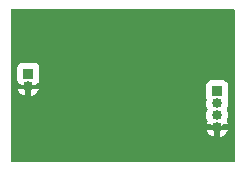
<source format=gbr>
%TF.GenerationSoftware,KiCad,Pcbnew,6.0.2+dfsg-1*%
%TF.CreationDate,2024-08-03T19:21:51-04:00*%
%TF.ProjectId,elpixel,656c7069-7865-46c2-9e6b-696361645f70,rev?*%
%TF.SameCoordinates,Original*%
%TF.FileFunction,Copper,L2,Bot*%
%TF.FilePolarity,Positive*%
%FSLAX46Y46*%
G04 Gerber Fmt 4.6, Leading zero omitted, Abs format (unit mm)*
G04 Created by KiCad (PCBNEW 6.0.2+dfsg-1) date 2024-08-03 19:21:51*
%MOMM*%
%LPD*%
G01*
G04 APERTURE LIST*
%TA.AperFunction,ComponentPad*%
%ADD10R,0.850000X0.850000*%
%TD*%
%TA.AperFunction,ComponentPad*%
%ADD11O,0.850000X0.850000*%
%TD*%
%TA.AperFunction,ViaPad*%
%ADD12C,0.800000*%
%TD*%
G04 APERTURE END LIST*
D10*
%TO.P,INV,1,Pin_1*%
%TO.N,Net-(J1-Pad1)*%
X109000000Y-135000000D03*
D11*
%TO.P,INV,2,Pin_2*%
%TO.N,GND*%
X109000000Y-136000000D03*
%TD*%
D10*
%TO.P,IO,1,Pin_1*%
%TO.N,Net-(U2-Pad6)*%
X125000000Y-136500000D03*
D11*
%TO.P,IO,2,Pin_2*%
%TO.N,Net-(U2-Pad5)*%
X125000000Y-137500000D03*
%TO.P,IO,3,Pin_3*%
%TO.N,+12V*%
X125000000Y-138500000D03*
%TO.P,IO,4,Pin_4*%
%TO.N,GND*%
X125000000Y-139500000D03*
%TD*%
D12*
%TO.N,GND*%
X110000000Y-139000000D03*
X115000000Y-134000000D03*
%TD*%
%TA.AperFunction,Conductor*%
%TO.N,GND*%
G36*
X126434121Y-129528002D02*
G01*
X126480614Y-129581658D01*
X126492000Y-129634000D01*
X126492000Y-142366000D01*
X126471998Y-142434121D01*
X126418342Y-142480614D01*
X126366000Y-142492000D01*
X107634000Y-142492000D01*
X107565879Y-142471998D01*
X107519386Y-142418342D01*
X107508000Y-142366000D01*
X107508000Y-139765000D01*
X124105090Y-139765000D01*
X124140927Y-139875296D01*
X124146267Y-139887291D01*
X124237730Y-140045709D01*
X124245446Y-140056328D01*
X124367843Y-140192265D01*
X124377606Y-140201056D01*
X124525588Y-140308571D01*
X124536960Y-140315137D01*
X124704068Y-140389538D01*
X124716556Y-140393595D01*
X124728280Y-140396088D01*
X124742341Y-140395015D01*
X124746000Y-140385059D01*
X124746000Y-140381739D01*
X125254000Y-140381739D01*
X125257973Y-140395270D01*
X125268468Y-140396779D01*
X125283444Y-140393595D01*
X125295932Y-140389538D01*
X125463040Y-140315137D01*
X125474412Y-140308571D01*
X125622394Y-140201056D01*
X125632157Y-140192265D01*
X125754554Y-140056328D01*
X125762270Y-140045709D01*
X125853733Y-139887291D01*
X125859073Y-139875296D01*
X125892885Y-139771232D01*
X125893288Y-139757132D01*
X125886917Y-139754000D01*
X125272115Y-139754000D01*
X125256876Y-139758475D01*
X125255671Y-139759865D01*
X125254000Y-139767548D01*
X125254000Y-140381739D01*
X124746000Y-140381739D01*
X124746000Y-139772115D01*
X124741525Y-139756876D01*
X124740135Y-139755671D01*
X124732452Y-139754000D01*
X124119631Y-139754000D01*
X124106100Y-139757973D01*
X124105090Y-139765000D01*
X107508000Y-139765000D01*
X107508000Y-138500000D01*
X124061358Y-138500000D01*
X124081870Y-138695155D01*
X124142508Y-138881780D01*
X124145811Y-138887502D01*
X124145812Y-138887503D01*
X124174678Y-138937500D01*
X124191416Y-139006495D01*
X124174678Y-139063501D01*
X124146266Y-139112712D01*
X124140927Y-139124704D01*
X124107115Y-139228768D01*
X124106712Y-139242868D01*
X124113083Y-139246000D01*
X124397676Y-139246000D01*
X124465797Y-139266002D01*
X124471736Y-139270063D01*
X124530679Y-139312888D01*
X124536707Y-139315572D01*
X124536709Y-139315573D01*
X124703913Y-139390017D01*
X124709944Y-139392702D01*
X124805914Y-139413101D01*
X124895428Y-139432128D01*
X124895432Y-139432128D01*
X124901885Y-139433500D01*
X125098115Y-139433500D01*
X125104568Y-139432128D01*
X125104572Y-139432128D01*
X125194086Y-139413101D01*
X125290056Y-139392702D01*
X125296087Y-139390017D01*
X125463291Y-139315573D01*
X125463293Y-139315572D01*
X125469321Y-139312888D01*
X125528263Y-139270064D01*
X125595131Y-139246206D01*
X125602324Y-139246000D01*
X125880369Y-139246000D01*
X125893900Y-139242027D01*
X125894910Y-139235000D01*
X125859073Y-139124704D01*
X125853734Y-139112712D01*
X125825322Y-139063501D01*
X125808584Y-138994506D01*
X125825322Y-138937500D01*
X125854188Y-138887503D01*
X125854189Y-138887502D01*
X125857492Y-138881780D01*
X125918130Y-138695155D01*
X125938642Y-138500000D01*
X125918130Y-138304845D01*
X125857492Y-138118220D01*
X125825611Y-138063000D01*
X125808873Y-137994004D01*
X125825611Y-137937000D01*
X125854188Y-137887503D01*
X125854189Y-137887502D01*
X125857492Y-137881780D01*
X125918130Y-137695155D01*
X125938642Y-137500000D01*
X125918130Y-137304845D01*
X125916089Y-137298563D01*
X125888833Y-137214675D01*
X125886806Y-137143708D01*
X125890684Y-137131511D01*
X125923971Y-137042718D01*
X125923973Y-137042712D01*
X125926745Y-137035316D01*
X125933500Y-136973134D01*
X125933500Y-136026866D01*
X125926745Y-135964684D01*
X125875615Y-135828295D01*
X125788261Y-135711739D01*
X125671705Y-135624385D01*
X125535316Y-135573255D01*
X125473134Y-135566500D01*
X124526866Y-135566500D01*
X124464684Y-135573255D01*
X124328295Y-135624385D01*
X124211739Y-135711739D01*
X124124385Y-135828295D01*
X124073255Y-135964684D01*
X124066500Y-136026866D01*
X124066500Y-136973134D01*
X124073255Y-137035316D01*
X124076027Y-137042712D01*
X124076029Y-137042718D01*
X124109316Y-137131511D01*
X124114499Y-137202318D01*
X124111167Y-137214675D01*
X124083911Y-137298563D01*
X124081870Y-137304845D01*
X124061358Y-137500000D01*
X124081870Y-137695155D01*
X124142508Y-137881780D01*
X124145811Y-137887502D01*
X124145812Y-137887503D01*
X124174389Y-137937000D01*
X124191127Y-138005996D01*
X124174389Y-138063000D01*
X124142508Y-138118220D01*
X124081870Y-138304845D01*
X124061358Y-138500000D01*
X107508000Y-138500000D01*
X107508000Y-136265000D01*
X108105090Y-136265000D01*
X108140927Y-136375296D01*
X108146267Y-136387291D01*
X108237730Y-136545709D01*
X108245446Y-136556328D01*
X108367843Y-136692265D01*
X108377606Y-136701056D01*
X108525588Y-136808571D01*
X108536960Y-136815137D01*
X108704068Y-136889538D01*
X108716556Y-136893595D01*
X108728280Y-136896088D01*
X108742341Y-136895015D01*
X108746000Y-136885059D01*
X108746000Y-136881739D01*
X109254000Y-136881739D01*
X109257973Y-136895270D01*
X109268468Y-136896779D01*
X109283444Y-136893595D01*
X109295932Y-136889538D01*
X109463040Y-136815137D01*
X109474412Y-136808571D01*
X109622394Y-136701056D01*
X109632157Y-136692265D01*
X109754554Y-136556328D01*
X109762270Y-136545709D01*
X109853733Y-136387291D01*
X109859073Y-136375296D01*
X109892885Y-136271232D01*
X109893288Y-136257132D01*
X109886917Y-136254000D01*
X109272115Y-136254000D01*
X109256876Y-136258475D01*
X109255671Y-136259865D01*
X109254000Y-136267548D01*
X109254000Y-136881739D01*
X108746000Y-136881739D01*
X108746000Y-136272115D01*
X108741525Y-136256876D01*
X108740135Y-136255671D01*
X108732452Y-136254000D01*
X108119631Y-136254000D01*
X108106100Y-136257973D01*
X108105090Y-136265000D01*
X107508000Y-136265000D01*
X107508000Y-135473134D01*
X108066500Y-135473134D01*
X108073255Y-135535316D01*
X108084946Y-135566500D01*
X108109598Y-135632260D01*
X108114781Y-135703067D01*
X108111450Y-135715425D01*
X108107114Y-135728770D01*
X108106712Y-135742866D01*
X108113085Y-135746000D01*
X108119087Y-135746000D01*
X108187208Y-135766002D01*
X108207028Y-135781975D01*
X108211739Y-135788261D01*
X108328295Y-135875615D01*
X108464684Y-135926745D01*
X108526866Y-135933500D01*
X109473134Y-135933500D01*
X109535316Y-135926745D01*
X109671705Y-135875615D01*
X109788261Y-135788261D01*
X109792592Y-135782482D01*
X109854130Y-135748879D01*
X109880054Y-135746092D01*
X109893900Y-135742027D01*
X109894910Y-135735000D01*
X109888550Y-135715425D01*
X109886524Y-135644457D01*
X109890402Y-135632260D01*
X109915055Y-135566500D01*
X109926745Y-135535316D01*
X109933500Y-135473134D01*
X109933500Y-134526866D01*
X109926745Y-134464684D01*
X109875615Y-134328295D01*
X109788261Y-134211739D01*
X109671705Y-134124385D01*
X109535316Y-134073255D01*
X109473134Y-134066500D01*
X108526866Y-134066500D01*
X108464684Y-134073255D01*
X108328295Y-134124385D01*
X108211739Y-134211739D01*
X108124385Y-134328295D01*
X108073255Y-134464684D01*
X108066500Y-134526866D01*
X108066500Y-135473134D01*
X107508000Y-135473134D01*
X107508000Y-129634000D01*
X107528002Y-129565879D01*
X107581658Y-129519386D01*
X107634000Y-129508000D01*
X126366000Y-129508000D01*
X126434121Y-129528002D01*
G37*
%TD.AperFunction*%
%TD*%
M02*

</source>
